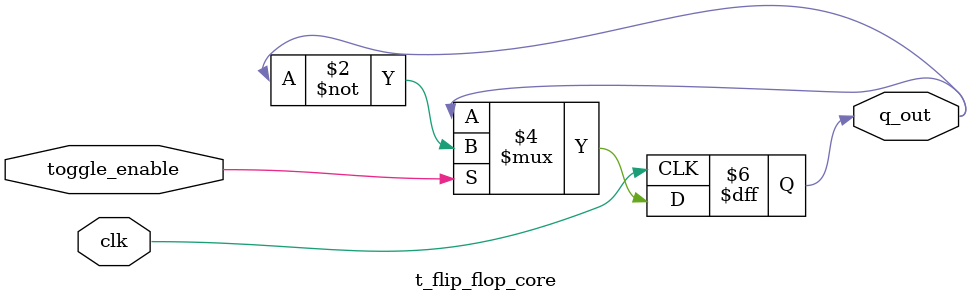
<source format=sv>
module rising_edge_t_ff (
    input wire clk,
    input wire t,
    output wire q
);
    // Internal signals for connecting submodules
    wire t_edge_detected;
    wire q_internal;
    
    // Edge detector submodule instance
    edge_detector u_edge_detector (
        .clk(clk),
        .signal_in(t),
        .rising_edge_detected(t_edge_detected)
    );
    
    // T flip-flop core submodule instance
    t_flip_flop_core u_t_flip_flop (
        .clk(clk),
        .toggle_enable(t_edge_detected),
        .q_out(q_internal)
    );
    
    // Output assignment
    assign q = q_internal;
    
endmodule

// Submodule for detecting rising edges on input signal
module edge_detector (
    input wire clk,
    input wire signal_in,
    output reg rising_edge_detected
);
    reg signal_prev;
    
    always @(posedge clk) begin
        signal_prev <= signal_in;
        rising_edge_detected <= !signal_prev && signal_in;
    end
endmodule

// Submodule implementing the core T flip-flop functionality
module t_flip_flop_core (
    input wire clk,
    input wire toggle_enable,
    output reg q_out
);
    initial begin
        q_out = 1'b0; // 初始化输出
    end
    
    always @(posedge clk) begin
        if (toggle_enable)
            q_out <= ~q_out;
    end
endmodule
</source>
